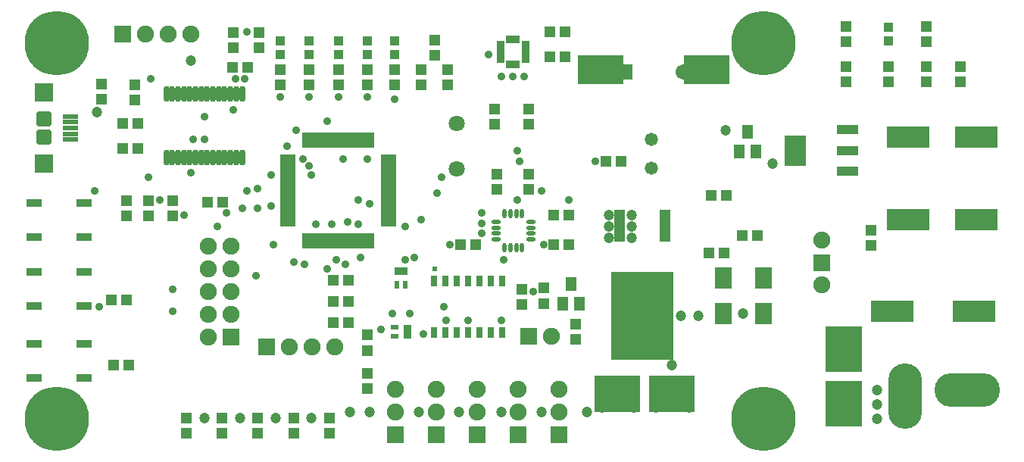
<source format=gts>
G04 Layer_Color=8388736*
%FSLAX25Y25*%
%MOIN*%
G70*
G01*
G75*
%ADD72R,0.05131X0.04737*%
%ADD73R,0.04737X0.05131*%
%ADD74R,0.02800X0.04800*%
%ADD75R,0.03359X0.02178*%
%ADD76R,0.07296X0.09265*%
%ADD77R,0.01902X0.03556*%
%ADD78R,0.03556X0.01902*%
%ADD79R,0.02178X0.03359*%
%ADD80R,0.04737X0.06312*%
%ADD81R,0.06800X0.03800*%
%ADD82R,0.09265X0.13398*%
%ADD83R,0.09265X0.04343*%
%ADD84R,0.03950X0.03950*%
%ADD85R,0.08280X0.08280*%
G04:AMPARAMS|DCode=86|XSize=68mil|YSize=68mil|CornerRadius=13mil|HoleSize=0mil|Usage=FLASHONLY|Rotation=270.000|XOffset=0mil|YOffset=0mil|HoleType=Round|Shape=RoundedRectangle|*
%AMROUNDEDRECTD86*
21,1,0.06800,0.04200,0,0,270.0*
21,1,0.04200,0.06800,0,0,270.0*
1,1,0.02600,-0.02100,-0.02100*
1,1,0.02600,-0.02100,0.02100*
1,1,0.02600,0.02100,0.02100*
1,1,0.02600,0.02100,-0.02100*
%
%ADD86ROUNDEDRECTD86*%
%ADD87R,0.06784X0.02296*%
%ADD88R,0.16351X0.20091*%
%ADD89R,0.18910X0.09265*%
%ADD90R,0.19107X0.09265*%
%ADD91O,0.01784X0.04343*%
%ADD92O,0.04343X0.01784*%
%ADD93R,0.20485X0.12611*%
%ADD94R,0.20091X0.16351*%
%ADD95O,0.02768X0.07099*%
%ADD96R,0.06600X0.01900*%
%ADD97R,0.01900X0.06600*%
%ADD98R,0.27572X0.38595*%
%ADD99R,0.04737X0.14186*%
%ADD100R,0.07493X0.07493*%
%ADD101C,0.07493*%
%ADD102R,0.07493X0.07493*%
%ADD103C,0.28359*%
%ADD104O,0.28800X0.14800*%
%ADD105O,0.14800X0.28800*%
%ADD106C,0.06706*%
%ADD107R,0.06706X0.06706*%
%ADD108C,0.07099*%
%ADD109C,0.03556*%
%ADD110C,0.02418*%
%ADD111C,0.04737*%
%ADD112C,0.05800*%
D72*
X301574Y264272D02*
D03*
X294882D02*
D03*
X246456Y308071D02*
D03*
X239764D02*
D03*
X461221Y311024D02*
D03*
X467913D02*
D03*
X475000Y293307D02*
D03*
X481693D02*
D03*
X414961Y325787D02*
D03*
X421653D02*
D03*
X205118Y236221D02*
D03*
X198426D02*
D03*
X204133Y264764D02*
D03*
X197441D02*
D03*
X390355Y372047D02*
D03*
X397047D02*
D03*
X390355Y382874D02*
D03*
X397047D02*
D03*
X398622Y289370D02*
D03*
X391930D02*
D03*
Y302165D02*
D03*
X398622D02*
D03*
X357677Y289370D02*
D03*
X350985D02*
D03*
X257283Y367126D02*
D03*
X250591D02*
D03*
X209055Y342520D02*
D03*
X202363D02*
D03*
X301574Y254921D02*
D03*
X294882D02*
D03*
X301574Y273622D02*
D03*
X294882D02*
D03*
X209055Y331693D02*
D03*
X202363D02*
D03*
X466929Y285433D02*
D03*
X460237D02*
D03*
D73*
X192913Y353284D02*
D03*
Y359976D02*
D03*
X207677Y352953D02*
D03*
Y359645D02*
D03*
X224410Y308464D02*
D03*
Y301772D02*
D03*
X246063Y206300D02*
D03*
Y212992D02*
D03*
X261811Y206300D02*
D03*
Y212992D02*
D03*
X277559Y206300D02*
D03*
Y212992D02*
D03*
X293307Y206300D02*
D03*
Y212992D02*
D03*
X387795Y263386D02*
D03*
Y270078D02*
D03*
X380906Y313583D02*
D03*
Y320275D02*
D03*
X367126Y313583D02*
D03*
Y320275D02*
D03*
X339567Y379330D02*
D03*
Y372638D02*
D03*
X380906Y342126D02*
D03*
Y348818D02*
D03*
X230315Y206300D02*
D03*
Y212992D02*
D03*
X203992Y308464D02*
D03*
Y301772D02*
D03*
X213583D02*
D03*
Y308464D02*
D03*
X310039Y225985D02*
D03*
Y232677D02*
D03*
X271654Y366142D02*
D03*
Y359450D02*
D03*
X284449Y366142D02*
D03*
Y359450D02*
D03*
X297244Y366142D02*
D03*
Y359450D02*
D03*
X310039Y366142D02*
D03*
Y359450D02*
D03*
X321850Y366142D02*
D03*
Y359450D02*
D03*
X250984Y375922D02*
D03*
Y382614D02*
D03*
X262244Y375922D02*
D03*
Y382614D02*
D03*
X520669Y360827D02*
D03*
Y367519D02*
D03*
X539370Y360827D02*
D03*
Y367519D02*
D03*
X556102Y360827D02*
D03*
Y367519D02*
D03*
X520669Y378544D02*
D03*
Y385236D02*
D03*
X556102Y378544D02*
D03*
Y385236D02*
D03*
X366142Y342126D02*
D03*
Y348818D02*
D03*
X333661Y359450D02*
D03*
Y366142D02*
D03*
X345472D02*
D03*
Y359450D02*
D03*
X570866Y360827D02*
D03*
Y367519D02*
D03*
X531496Y288977D02*
D03*
Y295669D02*
D03*
X310039Y249409D02*
D03*
Y242717D02*
D03*
X377953Y262993D02*
D03*
Y269685D02*
D03*
X401575Y247638D02*
D03*
Y254330D02*
D03*
D74*
X339331Y250492D02*
D03*
X344331D02*
D03*
X349331D02*
D03*
X354331D02*
D03*
X359331D02*
D03*
X364331D02*
D03*
X369331D02*
D03*
Y273130D02*
D03*
X364331D02*
D03*
X359331D02*
D03*
X354331D02*
D03*
X349331D02*
D03*
X344331D02*
D03*
X339331D02*
D03*
D75*
X321850Y249016D02*
D03*
Y252953D02*
D03*
X327756D02*
D03*
Y250984D02*
D03*
Y249016D02*
D03*
D76*
X484252Y274409D02*
D03*
Y259055D02*
D03*
X466535Y274409D02*
D03*
Y259055D02*
D03*
D77*
X372047Y379528D02*
D03*
X374016D02*
D03*
X375985D02*
D03*
Y368504D02*
D03*
X374016D02*
D03*
X372047D02*
D03*
D78*
X379528Y377953D02*
D03*
Y375985D02*
D03*
Y374016D02*
D03*
Y372047D02*
D03*
Y370079D02*
D03*
X368504D02*
D03*
Y372047D02*
D03*
Y374016D02*
D03*
Y375985D02*
D03*
Y377953D02*
D03*
D79*
X326772Y271654D02*
D03*
X322835D02*
D03*
Y277559D02*
D03*
X324803D02*
D03*
X326772D02*
D03*
D80*
X473622Y330315D02*
D03*
X481102D02*
D03*
X477362Y338977D02*
D03*
X395866Y263386D02*
D03*
X403346D02*
D03*
X399606Y272047D02*
D03*
D81*
X185213Y230689D02*
D03*
X163213D02*
D03*
X185213Y245689D02*
D03*
X163213D02*
D03*
X185213Y262185D02*
D03*
X163213D02*
D03*
X185213Y277185D02*
D03*
X163213D02*
D03*
X185213Y292697D02*
D03*
X163213D02*
D03*
X185213Y307697D02*
D03*
X163213D02*
D03*
D82*
X498327Y330709D02*
D03*
D83*
X521358Y339764D02*
D03*
Y330709D02*
D03*
Y321654D02*
D03*
D84*
X539370Y384843D02*
D03*
Y378937D02*
D03*
X297244Y373031D02*
D03*
Y378937D02*
D03*
X310039Y373031D02*
D03*
Y378937D02*
D03*
X271654Y373031D02*
D03*
Y378937D02*
D03*
X284449Y373031D02*
D03*
Y378937D02*
D03*
X321850Y373031D02*
D03*
Y378937D02*
D03*
D85*
X167791Y325000D02*
D03*
Y356102D02*
D03*
D86*
Y336551D02*
D03*
Y344551D02*
D03*
D87*
X179291Y335433D02*
D03*
Y337992D02*
D03*
Y340551D02*
D03*
Y343110D02*
D03*
Y345669D02*
D03*
D88*
X519685Y243307D02*
D03*
Y219291D02*
D03*
D89*
X576968Y259842D02*
D03*
X541142D02*
D03*
D90*
X577854Y300197D02*
D03*
X548130D02*
D03*
X577854Y336614D02*
D03*
X548130D02*
D03*
D91*
X370472Y302953D02*
D03*
X373031D02*
D03*
X375590D02*
D03*
X378150D02*
D03*
Y287795D02*
D03*
X375590D02*
D03*
X373031D02*
D03*
X370472D02*
D03*
D92*
X381890Y299213D02*
D03*
Y296654D02*
D03*
Y294094D02*
D03*
Y291535D02*
D03*
X366732D02*
D03*
Y294094D02*
D03*
Y296654D02*
D03*
Y299213D02*
D03*
D93*
X459252Y366102D02*
D03*
X412795D02*
D03*
D94*
X420079Y223425D02*
D03*
X444095D02*
D03*
D95*
X221555Y327559D02*
D03*
X224114D02*
D03*
X226673D02*
D03*
X229232D02*
D03*
X231791D02*
D03*
X234350D02*
D03*
X236910D02*
D03*
X239469D02*
D03*
X242028D02*
D03*
X244587D02*
D03*
X247146D02*
D03*
X249705D02*
D03*
X252264D02*
D03*
X254823D02*
D03*
X221555Y355512D02*
D03*
X224114D02*
D03*
X226673D02*
D03*
X229232D02*
D03*
X231791D02*
D03*
X234350D02*
D03*
X236910D02*
D03*
X239469D02*
D03*
X242028D02*
D03*
X244587D02*
D03*
X247146D02*
D03*
X249705D02*
D03*
X252264D02*
D03*
X254823D02*
D03*
D96*
X319344Y298192D02*
D03*
Y300192D02*
D03*
Y302192D02*
D03*
Y304092D02*
D03*
Y306092D02*
D03*
Y308092D02*
D03*
Y309992D02*
D03*
Y311992D02*
D03*
Y313992D02*
D03*
Y315992D02*
D03*
Y317892D02*
D03*
Y319892D02*
D03*
Y321892D02*
D03*
Y323792D02*
D03*
Y325792D02*
D03*
Y327792D02*
D03*
X275144D02*
D03*
Y325792D02*
D03*
Y323792D02*
D03*
Y321892D02*
D03*
Y319892D02*
D03*
Y317892D02*
D03*
Y315992D02*
D03*
Y313992D02*
D03*
Y311992D02*
D03*
Y309992D02*
D03*
Y308092D02*
D03*
Y306092D02*
D03*
Y304092D02*
D03*
Y302192D02*
D03*
Y300192D02*
D03*
Y298192D02*
D03*
D97*
X312044Y335092D02*
D03*
X310044D02*
D03*
X308044D02*
D03*
X306144D02*
D03*
X304144D02*
D03*
X302144D02*
D03*
X300244D02*
D03*
X298244D02*
D03*
X296244D02*
D03*
X294244D02*
D03*
X292344D02*
D03*
X290344D02*
D03*
X288344D02*
D03*
X286444D02*
D03*
X284444D02*
D03*
X282444D02*
D03*
Y290892D02*
D03*
X284444D02*
D03*
X286444D02*
D03*
X288344D02*
D03*
X290344D02*
D03*
X292344D02*
D03*
X294244D02*
D03*
X296244D02*
D03*
X298244D02*
D03*
X300244D02*
D03*
X302144D02*
D03*
X304144D02*
D03*
X306144D02*
D03*
X308044D02*
D03*
X310044D02*
D03*
X312044D02*
D03*
D98*
X431102Y257874D02*
D03*
D99*
X421102Y297638D02*
D03*
X441102D02*
D03*
D100*
X322468Y205563D02*
D03*
X340469D02*
D03*
X358469D02*
D03*
X376468D02*
D03*
X394468D02*
D03*
X509842Y281339D02*
D03*
X250000Y248543D02*
D03*
D101*
X322468Y215563D02*
D03*
Y225563D02*
D03*
X340469Y215563D02*
D03*
Y225563D02*
D03*
X358469Y215563D02*
D03*
Y225563D02*
D03*
X376468Y215563D02*
D03*
Y225563D02*
D03*
X394468Y215563D02*
D03*
Y225563D02*
D03*
X295590Y244094D02*
D03*
X285591D02*
D03*
X275590D02*
D03*
X509842Y291339D02*
D03*
Y271496D02*
D03*
X232441Y381890D02*
D03*
X222441D02*
D03*
X212441D02*
D03*
X240000Y288543D02*
D03*
X250000D02*
D03*
X240000Y278543D02*
D03*
X250000D02*
D03*
X240000Y268543D02*
D03*
X250000D02*
D03*
X240000Y258543D02*
D03*
X250000D02*
D03*
X240000Y248543D02*
D03*
X390905Y249016D02*
D03*
D102*
X265591Y244094D02*
D03*
X202441Y381890D02*
D03*
X380906Y249016D02*
D03*
D103*
X173228Y377953D02*
D03*
Y212598D02*
D03*
X484252D02*
D03*
Y377953D02*
D03*
D104*
X573819Y225394D02*
D03*
D105*
X546569Y222494D02*
D03*
D106*
X448819Y365158D02*
D03*
D107*
X423228D02*
D03*
D108*
X349410Y342677D02*
D03*
Y322677D02*
D03*
D109*
X342520Y318898D02*
D03*
X340551Y312008D02*
D03*
X310039Y354331D02*
D03*
X297244D02*
D03*
X321850Y353346D02*
D03*
X278543Y339567D02*
D03*
X267717Y306102D02*
D03*
X311024Y307087D02*
D03*
X224410Y269685D02*
D03*
X244094Y297244D02*
D03*
X261811Y305118D02*
D03*
Y313976D02*
D03*
X224410Y259842D02*
D03*
X306102Y309055D02*
D03*
X229331Y302165D02*
D03*
X268701Y289370D02*
D03*
X260827Y275590D02*
D03*
X294291Y298228D02*
D03*
X277559Y281496D02*
D03*
X248031Y303150D02*
D03*
X254921Y305118D02*
D03*
X301181Y299213D02*
D03*
X292323Y343504D02*
D03*
X299213Y326772D02*
D03*
X310044Y326776D02*
D03*
X326772Y297244D02*
D03*
X376969Y325787D02*
D03*
X410433D02*
D03*
X346457Y289370D02*
D03*
X387795D02*
D03*
X306102Y298228D02*
D03*
X333661Y300197D02*
D03*
X375984Y330709D02*
D03*
X287402Y298228D02*
D03*
X296260Y282480D02*
D03*
X300197Y280512D02*
D03*
X282480D02*
D03*
X285433Y319882D02*
D03*
X370079Y282480D02*
D03*
X360236Y303150D02*
D03*
Y294291D02*
D03*
Y298721D02*
D03*
X378937Y363189D02*
D03*
X374016D02*
D03*
X369094D02*
D03*
X363189Y373031D02*
D03*
X284449Y323819D02*
D03*
X281496Y326772D02*
D03*
X307087Y283465D02*
D03*
X330709D02*
D03*
X238189Y345472D02*
D03*
Y335630D02*
D03*
X292323Y278543D02*
D03*
X326772Y282480D02*
D03*
X334646Y250000D02*
D03*
X354331Y255906D02*
D03*
X343504Y261811D02*
D03*
X344488Y255906D02*
D03*
X320866Y258858D02*
D03*
X328740D02*
D03*
X369094Y255906D02*
D03*
X382874Y268701D02*
D03*
X315945Y251969D02*
D03*
X271654Y354331D02*
D03*
X267717Y319882D02*
D03*
X284449Y354331D02*
D03*
X274606Y332677D02*
D03*
X213583Y318898D02*
D03*
X232283Y320866D02*
D03*
X189961Y312992D02*
D03*
X256890D02*
D03*
X251969Y362205D02*
D03*
X255906D02*
D03*
X250984Y348425D02*
D03*
X233268Y335630D02*
D03*
X256890Y382874D02*
D03*
X375984Y309055D02*
D03*
X398622D02*
D03*
X386811Y312992D02*
D03*
X214567Y362205D02*
D03*
X191929Y261811D02*
D03*
X218504Y309055D02*
D03*
D110*
X339567Y278543D02*
D03*
D111*
X514764Y225394D02*
D03*
Y212598D02*
D03*
X524606Y250000D02*
D03*
X519685Y243307D02*
D03*
X524606D02*
D03*
X514764Y237205D02*
D03*
X519685D02*
D03*
X524606D02*
D03*
X416339Y292323D02*
D03*
Y297244D02*
D03*
Y302165D02*
D03*
X421102Y297638D02*
D03*
X426181Y297244D02*
D03*
Y302165D02*
D03*
Y292323D02*
D03*
X514764Y243110D02*
D03*
X518701Y219488D02*
D03*
X524606Y225394D02*
D03*
Y212598D02*
D03*
X519685Y225394D02*
D03*
Y212598D02*
D03*
X534449Y225394D02*
D03*
Y212598D02*
D03*
Y218996D02*
D03*
X332677Y215551D02*
D03*
X369094D02*
D03*
X386811Y215563D02*
D03*
X406496Y215551D02*
D03*
X413386Y223425D02*
D03*
X427165D02*
D03*
X413386Y229331D02*
D03*
Y217520D02*
D03*
X427165Y229331D02*
D03*
Y217520D02*
D03*
X443898Y223425D02*
D03*
X437008D02*
D03*
Y217520D02*
D03*
Y229331D02*
D03*
X451772D02*
D03*
Y223425D02*
D03*
Y217520D02*
D03*
X443898Y236221D02*
D03*
X447835Y257874D02*
D03*
X475394Y258858D02*
D03*
X455709Y257874D02*
D03*
X439961Y244094D02*
D03*
X421260D02*
D03*
X431102D02*
D03*
X439961Y257874D02*
D03*
X421260D02*
D03*
Y272638D02*
D03*
X430118D02*
D03*
X438976D02*
D03*
X431102Y257874D02*
D03*
X466535Y258858D02*
D03*
X484252D02*
D03*
X238189Y212992D02*
D03*
X253937D02*
D03*
X269685D02*
D03*
X285433D02*
D03*
X302165Y215563D02*
D03*
X311024D02*
D03*
X350394Y215551D02*
D03*
X420276Y223425D02*
D03*
X488189Y324803D02*
D03*
X467520Y339567D02*
D03*
X190945Y347441D02*
D03*
X232283Y370079D02*
D03*
D112*
X435039Y322835D02*
D03*
Y335630D02*
D03*
M02*

</source>
